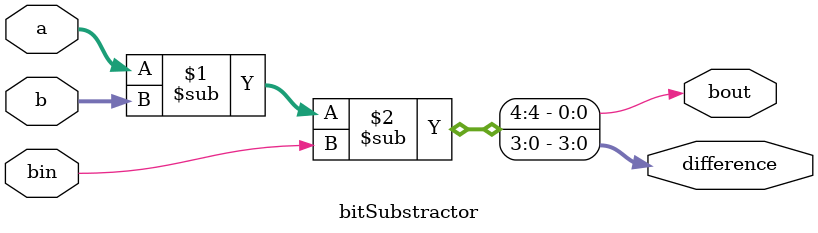
<source format=v>
module bitSubstractor(a,b,bin,difference,bout);
  input [3:0] a,b;
  input bin;
  output [3:0]difference;
  output bout;
  assign {bout,difference}=a-b-bin;
endmodule

</source>
